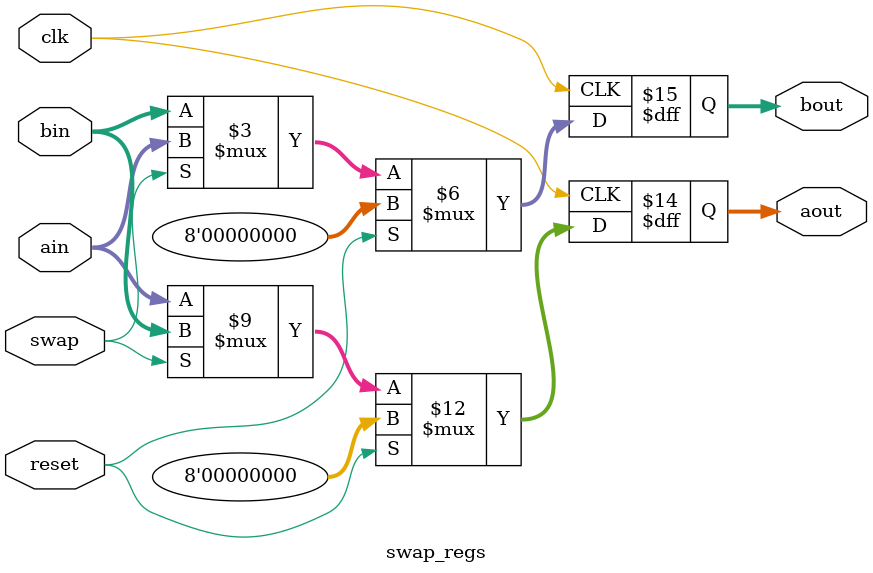
<source format=v>
`timescale 1ns / 1ps


module swap_regs(
    input clk, reset, swap,
    input [7:0] ain, bin,
    output reg [7:0] aout, bout
    );
    
    always @(posedge clk) begin 
        if (reset) begin
            aout <= 8'b00000000;
            bout <= 8'b0;
        end
        else if (swap) begin
            aout <= bin;
            bout <= ain;
        end
        else begin
            aout <= ain;
            bout <= bin;
            
        end
    end 
endmodule

</source>
